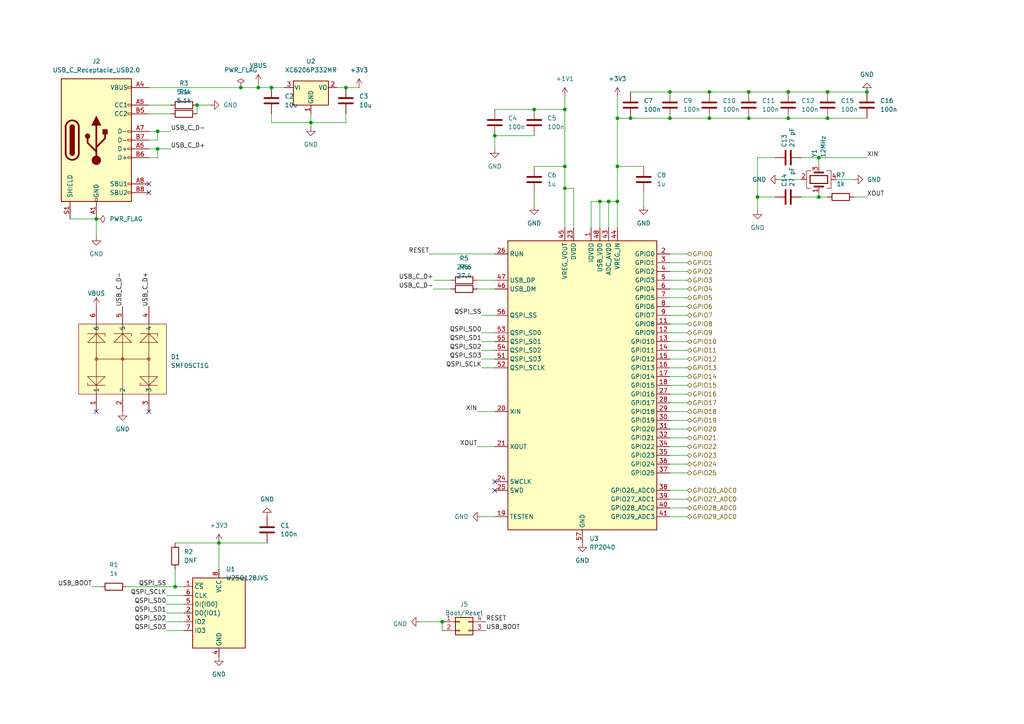
<source format=kicad_sch>
(kicad_sch (version 20250114) (generator "eeschema") (generator_version "9.0")
  (paper "A4")
  (lib_symbols
    (symbol "Connector:USB_C_Receptacle_USB2.0" (pin_names (offset 1.016))
      (property "Reference" "J" (at -10.16 19.05 0))
      (property "Value" "USB_C_Receptacle_USB2.0" (at 19.05 19.05 0))
      (symbol "USB_C_Receptacle_USB2.0_0_0"
        (rectangle (start -0.254 -17.78) (end 0.254 -16.764))
        (rectangle (start 10.16 15.494) (end 9.144 14.986))
        (rectangle (start 10.16 10.414) (end 9.144 9.906))
        (rectangle (start 10.16 7.874) (end 9.144 7.366))
        (rectangle (start 10.16 2.794) (end 9.144 2.286))
        (rectangle (start 10.16 0.254) (end 9.144 -0.254))
        (rectangle (start 10.16 -2.286) (end 9.144 -2.794))
        (rectangle (start 10.16 -4.826) (end 9.144 -5.334))
        (rectangle (start 10.16 -12.446) (end 9.144 -12.954))
        (rectangle (start 10.16 -14.986) (end 9.144 -15.494))
      )
      (symbol "USB_C_Receptacle_USB2.0_0_1"
        (rectangle (start -10.16 17.78) (end 10.16 -17.78) (stroke (width 0.254)) (fill (type background)))
        (polyline (pts (xy -8.89 -3.81) (xy -8.89 3.81)) (stroke (width 0.508)))
        (rectangle (start -7.62 -3.81) (end -6.35 3.81) (stroke (width 0.254)) (fill (type outline)))
        (arc (start -7.62 3.81) (mid -6.985 4.4423) (end -6.35 3.81) (stroke (width 0.254)))
        (arc (start -7.62 3.81) (mid -6.985 4.4423) (end -6.35 3.81) (stroke (width 0.254)) (fill (type outline)))
        (arc (start -8.89 3.81) (mid -6.985 5.7067) (end -5.08 3.81) (stroke (width 0.508)))
        (arc (start -5.08 -3.81) (mid -6.985 -5.7067) (end -8.89 -3.81) (stroke (width 0.508)))
        (arc (start -6.35 -3.81) (mid -6.985 -4.4423) (end -7.62 -3.81) (stroke (width 0.254)))
        (arc (start -6.35 -3.81) (mid -6.985 -4.4423) (end -7.62 -3.81) (stroke (width 0.254)) (fill (type outline)))
        (polyline (pts (xy -5.08 3.81) (xy -5.08 -3.81)) (stroke (width 0.508)))
        (circle (center -2.54 1.143) (radius 0.635) (stroke (width 0.254)) (fill (type outline)))
        (polyline (pts (xy -1.27 4.318) (xy 0 6.858) (xy 1.27 4.318) (xy -1.27 4.318)) (stroke (width 0.254)) (fill (type outline)))
        (polyline (pts (xy 0 -2.032) (xy 2.54 0.508) (xy 2.54 1.778)) (stroke (width 0.508)))
        (polyline (pts (xy 0 -3.302) (xy -2.54 -0.762) (xy -2.54 0.508)) (stroke (width 0.508)))
        (polyline (pts (xy 0 -5.842) (xy 0 4.318)) (stroke (width 0.508)))
        (circle (center 0 -5.842) (radius 1.27) (fill (type outline)))
        (rectangle (start 1.905 1.778) (end 3.175 3.048) (stroke (width 0.254)) (fill (type outline)))
      )
      (symbol "USB_C_Receptacle_USB2.0_1_1"
        (pin passive line (at -7.62 -22.86 90) (length 5.08) (name "SHIELD") (number "S1"))
        (pin passive line (at 0 -22.86 90) (length 5.08) (name "GND") (number "A1"))
        (pin passive line (at 0 -22.86 90) (length 5.08) (hide yes) (name "GND") (number "A12"))
        (pin passive line (at 0 -22.86 90) (length 5.08) (hide yes) (name "GND") (number "B1"))
        (pin passive line (at 0 -22.86 90) (length 5.08) (hide yes) (name "GND") (number "B12"))
        (pin passive line (at 15.24 15.24 180) (length 5.08) (name "VBUS") (number "A4"))
        (pin passive line (at 15.24 15.24 180) (length 5.08) (hide yes) (name "VBUS") (number "A9"))
        (pin passive line (at 15.24 15.24 180) (length 5.08) (hide yes) (name "VBUS") (number "B4"))
        (pin passive line (at 15.24 15.24 180) (length 5.08) (hide yes) (name "VBUS") (number "B9"))
        (pin bidirectional line (at 15.24 10.16 180) (length 5.08) (name "CC1") (number "A5"))
        (pin bidirectional line (at 15.24 7.62 180) (length 5.08) (name "CC2") (number "B5"))
        (pin bidirectional line (at 15.24 2.54 180) (length 5.08) (name "D-") (number "A7"))
        (pin bidirectional line (at 15.24 0 180) (length 5.08) (name "D-") (number "B7"))
        (pin bidirectional line (at 15.24 -2.54 180) (length 5.08) (name "D+") (number "A6"))
        (pin bidirectional line (at 15.24 -5.08 180) (length 5.08) (name "D+") (number "B6"))
        (pin bidirectional line (at 15.24 -12.7 180) (length 5.08) (name "SBU1") (number "A8"))
        (pin bidirectional line (at 15.24 -15.24 180) (length 5.08) (name "SBU2") (number "B8"))
      )
    )
    (symbol "Connector_Generic:Conn_02x02_Counter_Clockwise" (pin_names (offset 1.016) (hide yes))
      (property "Reference" "J" (at 1.27 2.54 0))
      (property "Value" "Conn_02x02_Counter_Clockwise" (at 1.27 -5.08 0))
      (symbol "Conn_02x02_Counter_Clockwise_1_1"
        (rectangle (start -1.27 1.27) (end 3.81 -3.81) (stroke (width 0.254)) (fill (type background)))
        (rectangle (start -1.27 0.127) (end 0 -0.127) (stroke (width 0.1524)))
        (rectangle (start -1.27 -2.413) (end 0 -2.667) (stroke (width 0.1524)))
        (rectangle (start 3.81 0.127) (end 2.54 -0.127) (stroke (width 0.1524)))
        (rectangle (start 3.81 -2.413) (end 2.54 -2.667) (stroke (width 0.1524)))
        (pin passive line (at -5.08 0 0) (length 3.81) (name "Pin_1") (number "1"))
        (pin passive line (at -5.08 -2.54 0) (length 3.81) (name "Pin_2") (number "2"))
        (pin passive line (at 7.62 0 180) (length 3.81) (name "Pin_4") (number "4"))
        (pin passive line (at 7.62 -2.54 180) (length 3.81) (name "Pin_3") (number "3"))
      )
    )
    (symbol "Device:C" (pin_numbers (hide yes)) (pin_names (offset 0.254))
      (property "Reference" "C" (at 0.635 2.54 0))
      (property "Value" "C" (at 0.635 -2.54 0))
      (symbol "C_0_1"
        (polyline (pts (xy -2.032 0.762) (xy 2.032 0.762)) (stroke (width 0.508)))
        (polyline (pts (xy -2.032 -0.762) (xy 2.032 -0.762)) (stroke (width 0.508)))
      )
      (symbol "C_1_1"
        (pin passive line (at 0 3.81 270) (length 2.794) (name "~") (number "1"))
        (pin passive line (at 0 -3.81 90) (length 2.794) (name "~") (number "2"))
      )
    )
    (symbol "Device:Crystal_GND24" (pin_names (offset 1.016) (hide yes))
      (property "Reference" "Y" (at 3.175 5.08 0))
      (property "Value" "Crystal_GND24" (at 3.175 3.175 0))
      (symbol "Crystal_GND24_0_1"
        (polyline (pts (xy -2.54 2.286) (xy -2.54 3.556) (xy 2.54 3.556) (xy 2.54 2.286)))
        (polyline (pts (xy -2.54 0) (xy -2.032 0)))
        (polyline (pts (xy -2.54 -2.286) (xy -2.54 -3.556) (xy 2.54 -3.556) (xy 2.54 -2.286)))
        (polyline (pts (xy -2.032 -1.27) (xy -2.032 1.27)) (stroke (width 0.508)))
        (rectangle (start -1.143 2.54) (end 1.143 -2.54) (stroke (width 0.3048)))
        (polyline (pts (xy 0 3.556) (xy 0 3.81)))
        (polyline (pts (xy 0 -3.81) (xy 0 -3.556)))
        (polyline (pts (xy 2.032 0) (xy 2.54 0)))
        (polyline (pts (xy 2.032 -1.27) (xy 2.032 1.27)) (stroke (width 0.508)))
      )
      (symbol "Crystal_GND24_1_1"
        (pin passive line (at -3.81 0 0) (length 1.27) (name "1") (number "1"))
        (pin passive line (at 0 5.08 270) (length 1.27) (name "2") (number "2"))
        (pin passive line (at 0 -5.08 90) (length 1.27) (name "4") (number "4"))
        (pin passive line (at 3.81 0 180) (length 1.27) (name "3") (number "3"))
      )
    )
    (symbol "Device:R" (pin_numbers (hide yes)) (pin_names (offset 0))
      (property "Reference" "R" (at 2.032 0 90))
      (property "Value" "R" (at 0 0 90))
      (symbol "R_0_1"
        (rectangle (start -1.016 -2.54) (end 1.016 2.54) (stroke (width 0.254)))
      )
      (symbol "R_1_1"
        (pin passive line (at 0 3.81 270) (length 1.27) (name "~") (number "1"))
        (pin passive line (at 0 -3.81 90) (length 1.27) (name "~") (number "2"))
      )
    )
    (symbol "MCU_RaspberryPi:RP2040"
      (property "Reference" "U" (at 17.78 45.72 0))
      (property "Value" "RP2040" (at 17.78 43.18 0))
      (symbol "RP2040_0_1"
        (rectangle (start -21.59 41.91) (end 21.59 -41.91) (stroke (width 0.254)) (fill (type background)))
      )
      (symbol "RP2040_1_1"
        (pin input line (at -25.4 38.1 0) (length 3.81) (name "RUN") (number "26"))
        (pin bidirectional line (at -25.4 30.48 0) (length 3.81) (name "USB_DP") (number "47"))
        (pin bidirectional line (at -25.4 27.94 0) (length 3.81) (name "USB_DM") (number "46"))
        (pin bidirectional line (at -25.4 20.32 0) (length 3.81) (name "QSPI_SS") (number "56"))
        (pin bidirectional line (at -25.4 15.24 0) (length 3.81) (name "QSPI_SD0") (number "53"))
        (pin bidirectional line (at -25.4 12.7 0) (length 3.81) (name "QSPI_SD1") (number "55"))
        (pin bidirectional line (at -25.4 10.16 0) (length 3.81) (name "QSPI_SD2") (number "54"))
        (pin bidirectional line (at -25.4 7.62 0) (length 3.81) (name "QSPI_SD3") (number "51"))
        (pin output line (at -25.4 5.08 0) (length 3.81) (name "QSPI_SCLK") (number "52"))
        (pin input line (at -25.4 -7.62 0) (length 3.81) (name "XIN") (number "20"))
        (pin passive line (at -25.4 -17.78 0) (length 3.81) (name "XOUT") (number "21"))
        (pin input line (at -25.4 -27.94 0) (length 3.81) (name "SWCLK") (number "24"))
        (pin bidirectional line (at -25.4 -30.48 0) (length 3.81) (name "SWD") (number "25"))
        (pin input line (at -25.4 -38.1 0) (length 3.81) (name "TESTEN") (number "19"))
        (pin power_out line (at -5.08 45.72 270) (length 3.81) (name "VREG_VOUT") (number "45"))
        (pin power_in line (at -2.54 45.72 270) (length 3.81) (name "DVDD") (number "23"))
        (pin passive line (at -2.54 45.72 270) (length 3.81) (hide yes) (name "DVDD") (number "50"))
        (pin power_in line (at 0 -45.72 90) (length 3.81) (name "GND") (number "57"))
        (pin power_in line (at 2.54 45.72 270) (length 3.81) (name "IOVDD") (number "1"))
        (pin passive line (at 2.54 45.72 270) (length 3.81) (hide yes) (name "IOVDD") (number "10"))
        (pin passive line (at 2.54 45.72 270) (length 3.81) (hide yes) (name "IOVDD") (number "22"))
        (pin passive line (at 2.54 45.72 270) (length 3.81) (hide yes) (name "IOVDD") (number "33"))
        (pin passive line (at 2.54 45.72 270) (length 3.81) (hide yes) (name "IOVDD") (number "42"))
        (pin passive line (at 2.54 45.72 270) (length 3.81) (hide yes) (name "IOVDD") (number "49"))
        (pin power_in line (at 5.08 45.72 270) (length 3.81) (name "USB_VDD") (number "48"))
        (pin power_in line (at 7.62 45.72 270) (length 3.81) (name "ADC_AVDD") (number "43"))
        (pin power_in line (at 10.16 45.72 270) (length 3.81) (name "VREG_IN") (number "44"))
        (pin bidirectional line (at 25.4 38.1 180) (length 3.81) (name "GPIO0") (number "2"))
        (pin bidirectional line (at 25.4 35.56 180) (length 3.81) (name "GPIO1") (number "3"))
        (pin bidirectional line (at 25.4 33.02 180) (length 3.81) (name "GPIO2") (number "4"))
        (pin bidirectional line (at 25.4 30.48 180) (length 3.81) (name "GPIO3") (number "5"))
        (pin bidirectional line (at 25.4 27.94 180) (length 3.81) (name "GPIO4") (number "6"))
        (pin bidirectional line (at 25.4 25.4 180) (length 3.81) (name "GPIO5") (number "7"))
        (pin bidirectional line (at 25.4 22.86 180) (length 3.81) (name "GPIO6") (number "8"))
        (pin bidirectional line (at 25.4 20.32 180) (length 3.81) (name "GPIO7") (number "9"))
        (pin bidirectional line (at 25.4 17.78 180) (length 3.81) (name "GPIO8") (number "11"))
        (pin bidirectional line (at 25.4 15.24 180) (length 3.81) (name "GPIO9") (number "12"))
        (pin bidirectional line (at 25.4 12.7 180) (length 3.81) (name "GPIO10") (number "13"))
        (pin bidirectional line (at 25.4 10.16 180) (length 3.81) (name "GPIO11") (number "14"))
        (pin bidirectional line (at 25.4 7.62 180) (length 3.81) (name "GPIO12") (number "15"))
        (pin bidirectional line (at 25.4 5.08 180) (length 3.81) (name "GPIO13") (number "16"))
        (pin bidirectional line (at 25.4 2.54 180) (length 3.81) (name "GPIO14") (number "17"))
        (pin bidirectional line (at 25.4 0 180) (length 3.81) (name "GPIO15") (number "18"))
        (pin bidirectional line (at 25.4 -2.54 180) (length 3.81) (name "GPIO16") (number "27"))
        (pin bidirectional line (at 25.4 -5.08 180) (length 3.81) (name "GPIO17") (number "28"))
        (pin bidirectional line (at 25.4 -7.62 180) (length 3.81) (name "GPIO18") (number "29"))
        (pin bidirectional line (at 25.4 -10.16 180) (length 3.81) (name "GPIO19") (number "30"))
        (pin bidirectional line (at 25.4 -12.7 180) (length 3.81) (name "GPIO20") (number "31"))
        (pin bidirectional line (at 25.4 -15.24 180) (length 3.81) (name "GPIO21") (number "32"))
        (pin bidirectional line (at 25.4 -17.78 180) (length 3.81) (name "GPIO22") (number "34"))
        (pin bidirectional line (at 25.4 -20.32 180) (length 3.81) (name "GPIO23") (number "35"))
        (pin bidirectional line (at 25.4 -22.86 180) (length 3.81) (name "GPIO24") (number "36"))
        (pin bidirectional line (at 25.4 -25.4 180) (length 3.81) (name "GPIO25") (number "37"))
        (pin bidirectional line (at 25.4 -30.48 180) (length 3.81) (name "GPIO26_ADC0") (number "38"))
        (pin bidirectional line (at 25.4 -33.02 180) (length 3.81) (name "GPIO27_ADC1") (number "39"))
        (pin bidirectional line (at 25.4 -35.56 180) (length 3.81) (name "GPIO28_ADC2") (number "40"))
        (pin bidirectional line (at 25.4 -38.1 180) (length 3.81) (name "GPIO29_ADC3") (number "41"))
      )
    )
    (symbol "Memory_Flash:W25Q128JVS"
      (property "Reference" "U" (at -8.89 8.89 0))
      (property "Value" "W25Q128JVS" (at 7.62 8.89 0))
      (symbol "W25Q128JVS_0_1"
        (rectangle (start -7.62 10.16) (end 7.62 -10.16) (stroke (width 0.254)) (fill (type background)))
      )
      (symbol "W25Q128JVS_1_1"
        (pin input line (at -10.16 7.62 0) (length 2.54) (name "~{CS}") (number "1"))
        (pin input line (at -10.16 5.08 0) (length 2.54) (name "CLK") (number "6"))
        (pin bidirectional line (at -10.16 2.54 0) (length 2.54) (name "DI(IO0)") (number "5"))
        (pin bidirectional line (at -10.16 0 0) (length 2.54) (name "DO(IO1)") (number "2"))
        (pin bidirectional line (at -10.16 -2.54 0) (length 2.54) (name "IO2") (number "3"))
        (pin bidirectional line (at -10.16 -5.08 0) (length 2.54) (name "IO3") (number "7"))
        (pin power_in line (at 0 12.7 270) (length 2.54) (name "VCC") (number "8"))
        (pin power_in line (at 0 -12.7 90) (length 2.54) (name "GND") (number "4"))
      )
    )
    (symbol "Regulator_Linear:XC6206PxxxMR" (pin_names (offset 0.254))
      (property "Reference" "U" (at -3.81 3.175 0))
      (property "Value" "XC6206PxxxMR" (at 0 3.175 0))
      (symbol "XC6206PxxxMR_0_1"
        (rectangle (start -5.08 1.905) (end 5.08 -5.08) (stroke (width 0.254)) (fill (type background)))
      )
      (symbol "XC6206PxxxMR_1_1"
        (pin power_in line (at -7.62 0 0) (length 2.54) (name "VI") (number "3"))
        (pin power_in line (at 0 -7.62 90) (length 2.54) (name "GND") (number "1"))
        (pin power_out line (at 7.62 0 180) (length 2.54) (name "VO") (number "2"))
      )
    )
    (symbol "easyeda2kicad:SMF05CT1G"
      (property "Reference" "D" (at 0 12.7 0))
      (property "Value" "SMF05CT1G" (at 0 -12.7 0))
      (symbol "SMF05CT1G_0_1"
        (rectangle (start -10.16 12.7) (end 10.16 -12.7) (fill (type background)))
        (polyline (pts (xy -10.16 7.62) (xy 10.16 7.62)))
        (polyline (pts (xy -10.16 0) (xy 0 0)))
        (polyline (pts (xy -10.16 -7.62) (xy 10.16 -7.62)))
        (polyline (pts (xy -7.62 10.16) (xy -6.86 10.16)))
        (polyline (pts (xy -7.62 5.08) (xy -7.62 10.16)))
        (polyline (pts (xy -7.62 -5.08) (xy -6.86 -5.08)))
        (polyline (pts (xy -7.62 -10.16) (xy -7.62 -5.08)))
        (polyline (pts (xy -5.08 10.16) (xy -7.62 7.62) (xy -5.08 5.08) (xy -5.08 10.16)) (fill (type background)))
        (polyline (pts (xy -5.08 -5.08) (xy -7.62 -7.62) (xy -5.08 -10.16) (xy -5.08 -5.08)) (fill (type background)))
        (circle (center 0 7.62) (radius 0.38))
        (polyline (pts (xy 0 0) (xy 10.16 0)))
        (circle (center 0 0) (radius 0.38))
        (polyline (pts (xy 0 -7.62) (xy 0 7.62)))
        (circle (center 0 -7.62) (radius 0.38))
        (arc (start 0.25 7.62) (mid 0.25 7.62) (end 0.25 7.62))
        (arc (start 0.25 0) (mid 0.25 0) (end 0.25 0))
        (arc (start 0.25 -7.62) (mid 0.25 -7.62) (end 0.25 -7.62))
        (polyline (pts (xy 4.83 5.08) (xy 7.37 7.62) (xy 4.83 10.16) (xy 4.83 5.08)) (fill (type background)))
        (polyline (pts (xy 4.83 -2.54) (xy 7.37 0) (xy 4.83 2.54) (xy 4.83 -2.54)) (fill (type background)))
        (polyline (pts (xy 4.83 -10.16) (xy 7.37 -7.62) (xy 4.83 -5.08) (xy 4.83 -10.16)) (fill (type background)))
        (polyline (pts (xy 7.37 10.16) (xy 7.37 5.08)))
        (polyline (pts (xy 7.37 5.08) (xy 6.6 5.08)))
        (polyline (pts (xy 7.37 2.54) (xy 7.37 -2.54)))
        (polyline (pts (xy 7.37 -2.54) (xy 6.6 -2.54)))
        (polyline (pts (xy 7.37 -5.08) (xy 7.37 -10.16)))
        (polyline (pts (xy 7.37 -10.16) (xy 6.6 -10.16)))
        (pin input line (at -15.24 7.62 0) (length 5.08) (name "1") (number "1"))
        (pin input line (at -15.24 0 0) (length 5.08) (name "2") (number "2"))
        (pin input line (at -15.24 -7.62 0) (length 5.08) (name "3") (number "3"))
        (pin input line (at 15.24 7.62 180) (length 5.08) (name "6") (number "6"))
        (pin input line (at 15.24 0 180) (length 5.08) (name "5") (number "5"))
        (pin input line (at 15.24 -7.62 180) (length 5.08) (name "4") (number "4"))
      )
    )
    (symbol "power:+1V1" (power) (pin_names (offset 0))
      (property "Value" "+1V1" (at 0 3.556 0))
      (symbol "+1V1_0_1"
        (polyline (pts (xy -0.762 1.27) (xy 0 2.54)))
        (polyline (pts (xy 0 2.54) (xy 0.762 1.27)))
        (polyline (pts (xy 0 0) (xy 0 2.54)))
      )
      (symbol "+1V1_1_1"
        (pin power_in line (at 0 0 90) (length 0) (hide yes) (name "+1V1") (number "1"))
      )
    )
    (symbol "power:+3V3" (power) (pin_names (offset 0))
      (property "Value" "+3V3" (at 0 3.556 0))
      (symbol "+3V3_0_1"
        (polyline (pts (xy -0.762 1.27) (xy 0 2.54)))
        (polyline (pts (xy 0 2.54) (xy 0.762 1.27)))
        (polyline (pts (xy 0 0) (xy 0 2.54)))
      )
      (symbol "+3V3_1_1"
        (pin power_in line (at 0 0 90) (length 0) (hide yes) (name "+3V3") (number "1"))
      )
    )
    (symbol "power:GND" (power) (pin_names (offset 0))
      (property "Value" "GND" (at 0 -3.81 0))
      (symbol "GND_0_1"
        (polyline (pts (xy 0 0) (xy 0 -1.27) (xy 1.27 -1.27) (xy 0 -2.54) (xy -1.27 -1.27) (xy 0 -1.27)))
      )
      (symbol "GND_1_1"
        (pin power_in line (at 0 0 270) (length 0) (hide yes) (name "GND") (number "1"))
      )
    )
    (symbol "power:PWR_FLAG" (power) (pin_numbers (hide yes)) (pin_names (offset 0) (hide yes))
      (property "Value" "PWR_FLAG" (at 0 3.81 0))
      (symbol "PWR_FLAG_0_0"
        (pin power_out line (at 0 0 90) (length 0) (name "pwr") (number "1"))
      )
      (symbol "PWR_FLAG_0_1"
        (polyline (pts (xy 0 0) (xy 0 1.27) (xy -1.016 1.905) (xy 0 2.54) (xy 1.016 1.905) (xy 0 1.27)))
      )
    )
    (symbol "power:VBUS" (power) (pin_names (offset 0))
      (property "Value" "VBUS" (at 0 3.81 0))
      (symbol "VBUS_0_1"
        (polyline (pts (xy -0.762 1.27) (xy 0 2.54)))
        (polyline (pts (xy 0 2.54) (xy 0.762 1.27)))
        (polyline (pts (xy 0 0) (xy 0 2.54)))
      )
      (symbol "VBUS_1_1"
        (pin power_in line (at 0 0 90) (length 0) (hide yes) (name "VBUS") (number "1"))
      )
    )
  )
  (junction (at 237.49 57.15))
  (junction (at 74.93 25.4))
  (junction (at 163.83 31.75))
  (junction (at 163.83 54.61))
  (junction (at 237.49 45.72))
  (junction (at 217.17 26.67))
  (junction (at 240.03 34.29))
  (junction (at 179.07 48.26))
  (junction (at 205.74 26.67))
  (junction (at 205.74 34.29))
  (junction (at 194.31 34.29))
  (junction (at 154.94 31.75))
  (junction (at 228.6 26.67))
  (junction (at 50.8 170.18))
  (junction (at 100.33 25.4))
  (junction (at 45.72 43.18))
  (junction (at 179.07 58.42))
  (junction (at 173.99 58.42))
  (junction (at 251.46 26.67))
  (junction (at 45.72 38.1))
  (junction (at 176.53 58.42))
  (junction (at 90.17 35.56))
  (junction (at 228.6 34.29))
  (junction (at 240.03 26.67))
  (junction (at 219.71 57.15))
  (junction (at 63.5 157.48))
  (junction (at 179.07 34.29))
  (junction (at 78.74 25.4))
  (junction (at 194.31 26.67))
  (junction (at 57.15 30.48))
  (junction (at 163.83 48.26))
  (junction (at 182.88 34.29))
  (junction (at 217.17 34.29))
  (junction (at 27.94 63.5))
  (junction (at 128.27 180.34))
  (junction (at 69.85 25.4))
  (junction (at 143.51 39.37))
  (no_connect (at 143.51 142.24))
  (no_connect (at 43.18 55.88))
  (no_connect (at 43.18 119.38))
  (no_connect (at 143.51 139.7))
  (no_connect (at 27.94 119.38))
  (no_connect (at 43.18 53.34))
  (wire (pts (xy 176.53 58.42) (xy 176.53 66.04)))
  (wire (pts (xy 43.18 30.48) (xy 49.53 30.48)))
  (wire (pts (xy 176.53 58.42) (xy 179.07 58.42)))
  (wire (pts (xy 48.26 175.26) (xy 53.34 175.26)))
  (wire (pts (xy 139.7 106.68) (xy 143.51 106.68)))
  (wire (pts (xy 194.31 114.3) (xy 199.39 114.3)))
  (wire (pts (xy 194.31 86.36) (xy 199.39 86.36)))
  (wire (pts (xy 205.74 26.67) (xy 217.17 26.67)))
  (wire (pts (xy 154.94 48.26) (xy 163.83 48.26)))
  (wire (pts (xy 90.17 33.02) (xy 90.17 35.56)))
  (wire (pts (xy 139.7 99.06) (xy 143.51 99.06)))
  (wire (pts (xy 179.07 27.94) (xy 179.07 34.29)))
  (wire (pts (xy 194.31 88.9) (xy 199.39 88.9)))
  (wire (pts (xy 36.83 170.18) (xy 50.8 170.18)))
  (wire (pts (xy 194.31 83.82) (xy 199.39 83.82)))
  (wire (pts (xy 139.7 104.14) (xy 143.51 104.14)))
  (wire (pts (xy 163.83 54.61) (xy 163.83 66.04)))
  (wire (pts (xy 90.17 35.56) (xy 90.17 36.83)))
  (wire (pts (xy 163.83 54.61) (xy 163.83 48.26)))
  (wire (pts (xy 217.17 26.67) (xy 228.6 26.67)))
  (wire (pts (xy 219.71 57.15) (xy 219.71 60.96)))
  (wire (pts (xy 63.5 157.48) (xy 63.5 165.1)))
  (wire (pts (xy 219.71 45.72) (xy 219.71 57.15)))
  (wire (pts (xy 179.07 48.26) (xy 179.07 58.42)))
  (wire (pts (xy 45.72 38.1) (xy 49.53 38.1)))
  (wire (pts (xy 194.31 106.68) (xy 199.39 106.68)))
  (wire (pts (xy 163.83 31.75) (xy 163.83 48.26)))
  (wire (pts (xy 228.6 34.29) (xy 240.03 34.29)))
  (wire (pts (xy 219.71 57.15) (xy 224.79 57.15)))
  (wire (pts (xy 205.74 34.29) (xy 217.17 34.29)))
  (wire (pts (xy 194.31 119.38) (xy 199.39 119.38)))
  (wire (pts (xy 232.41 57.15) (xy 237.49 57.15)))
  (wire (pts (xy 226.06 52.07) (xy 232.41 52.07)))
  (wire (pts (xy 228.6 26.67) (xy 240.03 26.67)))
  (wire (pts (xy 139.7 149.86) (xy 143.51 149.86)))
  (wire (pts (xy 138.43 129.54) (xy 143.51 129.54)))
  (wire (pts (xy 240.03 26.67) (xy 251.46 26.67)))
  (wire (pts (xy 121.92 180.34) (xy 128.27 180.34)))
  (wire (pts (xy 27.94 63.5) (xy 27.94 68.58)))
  (wire (pts (xy 247.65 57.15) (xy 251.46 57.15)))
  (wire (pts (xy 43.18 25.4) (xy 69.85 25.4)))
  (wire (pts (xy 48.26 177.8) (xy 53.34 177.8)))
  (wire (pts (xy 124.46 73.66) (xy 143.51 73.66)))
  (wire (pts (xy 69.85 25.4) (xy 74.93 25.4)))
  (wire (pts (xy 194.31 99.06) (xy 199.39 99.06)))
  (wire (pts (xy 143.51 39.37) (xy 154.94 39.37)))
  (wire (pts (xy 125.73 81.28) (xy 130.81 81.28)))
  (wire (pts (xy 45.72 45.72) (xy 45.72 43.18)))
  (wire (pts (xy 128.27 180.34) (xy 128.27 182.88)))
  (wire (pts (xy 63.5 157.48) (xy 77.47 157.48)))
  (wire (pts (xy 194.31 124.46) (xy 199.39 124.46)))
  (wire (pts (xy 194.31 93.98) (xy 199.39 93.98)))
  (wire (pts (xy 138.43 83.82) (xy 143.51 83.82)))
  (wire (pts (xy 97.79 25.4) (xy 100.33 25.4)))
  (wire (pts (xy 179.07 34.29) (xy 182.88 34.29)))
  (wire (pts (xy 219.71 45.72) (xy 224.79 45.72)))
  (wire (pts (xy 48.26 172.72) (xy 53.34 172.72)))
  (wire (pts (xy 240.03 34.29) (xy 251.46 34.29)))
  (wire (pts (xy 90.17 35.56) (xy 78.74 35.56)))
  (wire (pts (xy 171.45 66.04) (xy 171.45 58.42)))
  (wire (pts (xy 45.72 40.64) (xy 45.72 38.1)))
  (wire (pts (xy 173.99 58.42) (xy 176.53 58.42)))
  (wire (pts (xy 125.73 83.82) (xy 130.81 83.82)))
  (wire (pts (xy 139.7 91.44) (xy 143.51 91.44)))
  (wire (pts (xy 45.72 43.18) (xy 49.53 43.18)))
  (wire (pts (xy 194.31 137.16) (xy 199.39 137.16)))
  (wire (pts (xy 237.49 45.72) (xy 251.46 45.72)))
  (wire (pts (xy 179.07 34.29) (xy 179.07 48.26)))
  (wire (pts (xy 194.31 104.14) (xy 199.39 104.14)))
  (wire (pts (xy 100.33 33.02) (xy 100.33 35.56)))
  (wire (pts (xy 163.83 27.94) (xy 163.83 31.75)))
  (wire (pts (xy 237.49 57.15) (xy 240.03 57.15)))
  (wire (pts (xy 78.74 35.56) (xy 78.74 33.02)))
  (wire (pts (xy 194.31 73.66) (xy 199.39 73.66)))
  (wire (pts (xy 194.31 142.24) (xy 199.39 142.24)))
  (wire (pts (xy 194.31 132.08) (xy 199.39 132.08)))
  (wire (pts (xy 194.31 147.32) (xy 199.39 147.32)))
  (wire (pts (xy 194.31 111.76) (xy 199.39 111.76)))
  (wire (pts (xy 26.67 170.18) (xy 29.21 170.18)))
  (wire (pts (xy 43.18 43.18) (xy 45.72 43.18)))
  (wire (pts (xy 194.31 96.52) (xy 199.39 96.52)))
  (wire (pts (xy 182.88 34.29) (xy 194.31 34.29)))
  (wire (pts (xy 237.49 55.88) (xy 237.49 57.15)))
  (wire (pts (xy 138.43 81.28) (xy 143.51 81.28)))
  (wire (pts (xy 138.43 119.38) (xy 143.51 119.38)))
  (wire (pts (xy 143.51 31.75) (xy 154.94 31.75)))
  (wire (pts (xy 194.31 26.67) (xy 205.74 26.67)))
  (wire (pts (xy 194.31 127) (xy 199.39 127)))
  (wire (pts (xy 139.7 101.6) (xy 143.51 101.6)))
  (wire (pts (xy 57.15 30.48) (xy 60.96 30.48)))
  (wire (pts (xy 194.31 91.44) (xy 199.39 91.44)))
  (wire (pts (xy 186.69 55.88) (xy 186.69 59.69)))
  (wire (pts (xy 194.31 76.2) (xy 199.39 76.2)))
  (wire (pts (xy 194.31 78.74) (xy 199.39 78.74)))
  (wire (pts (xy 74.93 25.4) (xy 78.74 25.4)))
  (wire (pts (xy 78.74 25.4) (xy 82.55 25.4)))
  (wire (pts (xy 57.15 30.48) (xy 57.15 33.02)))
  (wire (pts (xy 194.31 34.29) (xy 205.74 34.29)))
  (wire (pts (xy 48.26 182.88) (xy 53.34 182.88)))
  (wire (pts (xy 179.07 48.26) (xy 186.69 48.26)))
  (wire (pts (xy 194.31 109.22) (xy 199.39 109.22)))
  (wire (pts (xy 50.8 157.48) (xy 63.5 157.48)))
  (wire (pts (xy 194.31 81.28) (xy 199.39 81.28)))
  (wire (pts (xy 242.57 52.07) (xy 247.65 52.07)))
  (wire (pts (xy 139.7 96.52) (xy 143.51 96.52)))
  (wire (pts (xy 20.32 63.5) (xy 27.94 63.5)))
  (wire (pts (xy 43.18 45.72) (xy 45.72 45.72)))
  (wire (pts (xy 154.94 55.88) (xy 154.94 59.69)))
  (wire (pts (xy 217.17 34.29) (xy 228.6 34.29)))
  (wire (pts (xy 100.33 35.56) (xy 90.17 35.56)))
  (wire (pts (xy 154.94 31.75) (xy 163.83 31.75)))
  (wire (pts (xy 50.8 170.18) (xy 53.34 170.18)))
  (wire (pts (xy 166.37 66.04) (xy 166.37 54.61)))
  (wire (pts (xy 232.41 45.72) (xy 237.49 45.72)))
  (wire (pts (xy 182.88 26.67) (xy 194.31 26.67)))
  (wire (pts (xy 194.31 134.62) (xy 199.39 134.62)))
  (wire (pts (xy 194.31 144.78) (xy 199.39 144.78)))
  (wire (pts (xy 48.26 180.34) (xy 53.34 180.34)))
  (wire (pts (xy 43.18 33.02) (xy 49.53 33.02)))
  (wire (pts (xy 194.31 149.86) (xy 199.39 149.86)))
  (wire (pts (xy 50.8 165.1) (xy 50.8 170.18)))
  (wire (pts (xy 173.99 58.42) (xy 173.99 66.04)))
  (wire (pts (xy 171.45 58.42) (xy 173.99 58.42)))
  (wire (pts (xy 179.07 58.42) (xy 179.07 66.04)))
  (wire (pts (xy 166.37 54.61) (xy 163.83 54.61)))
  (wire (pts (xy 237.49 45.72) (xy 237.49 48.26)))
  (wire (pts (xy 194.31 101.6) (xy 199.39 101.6)))
  (wire (pts (xy 43.18 40.64) (xy 45.72 40.64)))
  (wire (pts (xy 194.31 129.54) (xy 199.39 129.54)))
  (wire (pts (xy 100.33 25.4) (xy 104.14 25.4)))
  (wire (pts (xy 194.31 121.92) (xy 199.39 121.92)))
  (wire (pts (xy 43.18 38.1) (xy 45.72 38.1)))
  (wire (pts (xy 143.51 39.37) (xy 143.51 43.18)))
  (wire (pts (xy 74.93 25.4) (xy 74.93 24.13)))
  (wire (pts (xy 194.31 116.84) (xy 199.39 116.84)))
  (label "USB_C_D+" (at 43.18 88.9 90))
  (label "QSPI_SD1" (at 48.26 177.8 180))
  (label "USB_C_D-" (at 49.53 38.1 0))
  (label "USB_C_D-" (at 125.73 83.82 180))
  (label "QSPI_SCLK" (at 139.7 106.68 180))
  (label "QSPI_SD3" (at 139.7 104.14 180))
  (label "XIN" (at 251.46 45.72 0))
  (label "QSPI_SD2" (at 48.26 180.34 180))
  (label "RESET" (at 140.97 180.34 0))
  (label "USB_C_D-" (at 35.56 88.9 90))
  (label "USB_BOOT" (at 140.97 182.88 0))
  (label "USB_C_D+" (at 49.53 43.18 0))
  (label "USB_BOOT" (at 26.67 170.18 180))
  (label "XOUT" (at 251.46 57.15 0))
  (label "RESET" (at 124.46 73.66 180))
  (label "QSPI_SS" (at 48.26 170.18 180))
  (label "QSPI_SD2" (at 139.7 101.6 180))
  (label "QSPI_SD0" (at 48.26 175.26 180))
  (label "QSPI_SS" (at 139.7 91.44 180))
  (label "QSPI_SCLK" (at 48.26 172.72 180))
  (label "QSPI_SD1" (at 139.7 99.06 180))
  (label "USB_C_D+" (at 125.73 81.28 180))
  (label "XOUT" (at 138.43 129.54 180))
  (label "QSPI_SD0" (at 139.7 96.52 180))
  (label "QSPI_SD3" (at 48.26 182.88 180))
  (label "XIN" (at 138.43 119.38 180))
  (hierarchical_label "GPIO29_ADC0" (shape bidirectional) (at 199.39 149.86 0))
  (hierarchical_label "GPIO9" (shape bidirectional) (at 199.39 96.52 0))
  (hierarchical_label "GPIO25" (shape bidirectional) (at 199.39 137.16 0))
  (hierarchical_label "GPIO6" (shape bidirectional) (at 199.39 88.9 0))
  (hierarchical_label "GPIO13" (shape bidirectional) (at 199.39 106.68 0))
  (hierarchical_label "GPIO2" (shape bidirectional) (at 199.39 78.74 0))
  (hierarchical_label "GPIO7" (shape bidirectional) (at 199.39 91.44 0))
  (hierarchical_label "GPIO20" (shape bidirectional) (at 199.39 124.46 0))
  (hierarchical_label "GPIO22" (shape bidirectional) (at 199.39 129.54 0))
  (hierarchical_label "GPIO24" (shape bidirectional) (at 199.39 134.62 0))
  (hierarchical_label "GPIO28_ADC0" (shape bidirectional) (at 199.39 147.32 0))
  (hierarchical_label "GPIO15" (shape bidirectional) (at 199.39 111.76 0))
  (hierarchical_label "GPIO21" (shape bidirectional) (at 199.39 127 0))
  (hierarchical_label "GPIO12" (shape bidirectional) (at 199.39 104.14 0))
  (hierarchical_label "GPIO3" (shape bidirectional) (at 199.39 81.28 0))
  (hierarchical_label "GPIO18" (shape bidirectional) (at 199.39 119.38 0))
  (hierarchical_label "GPIO4" (shape bidirectional) (at 199.39 83.82 0))
  (hierarchical_label "GPIO27_ADC0" (shape bidirectional) (at 199.39 144.78 0))
  (hierarchical_label "GPIO17" (shape bidirectional) (at 199.39 116.84 0))
  (hierarchical_label "GPIO11" (shape bidirectional) (at 199.39 101.6 0))
  (hierarchical_label "GPIO19" (shape bidirectional) (at 199.39 121.92 0))
  (hierarchical_label "GPIO1" (shape bidirectional) (at 199.39 76.2 0))
  (hierarchical_label "GPIO8" (shape bidirectional) (at 199.39 93.98 0))
  (hierarchical_label "GPIO26_ADC0" (shape bidirectional) (at 199.39 142.24 0))
  (hierarchical_label "GPIO5" (shape bidirectional) (at 199.39 86.36 0))
  (hierarchical_label "GPIO14" (shape bidirectional) (at 199.39 109.22 0))
  (hierarchical_label "GPIO16" (shape bidirectional) (at 199.39 114.3 0))
  (hierarchical_label "GPIO10" (shape bidirectional) (at 199.39 99.06 0))
  (hierarchical_label "GPIO23" (shape bidirectional) (at 199.39 132.08 0))
  (hierarchical_label "GPIO0" (shape bidirectional) (at 199.39 73.66 0))
  (symbol (lib_id "power:GND") (at 186.69 59.69 0) (unit 1)
    (property "Reference" "#PWR0114" (effects (hide yes)))
    (property "Value" "GND" (at 186.69 64.77 0))
  )
  (symbol (lib_id "Device:R") (at 33.02 170.18 90) (unit 1)
    (property "Reference" "R1" (at 33.02 163.83 90))
    (property "Value" "1k" (at 33.02 166.37 90))
    (property "Footprint" "Resistor_SMD:R_0402_1005Metric" (effects (hide yes)))
    (property "LCSC" "C11702" (effects (hide yes)))
  )
  (symbol (lib_id "power:GND") (at 154.94 59.69 0) (unit 1)
    (property "Reference" "#PWR0112" (effects (hide yes)))
    (property "Value" "GND" (at 154.94 64.77 0))
  )
  (symbol (lib_id "power:GND") (at 121.92 180.34 270) (unit 1)
    (property "Reference" "#PWR09" (effects (hide yes)))
    (property "Value" "GND" (at 118.11 180.975 90) (effects (justify right)))
  )
  (symbol (lib_id "Device:C") (at 240.03 30.48 0) (unit 1)
    (property "Reference" "C15" (at 243.84 29.2099 0) (effects (justify left)))
    (property "Value" "100n" (at 243.84 31.7499 0) (effects (justify left)))
    (property "Footprint" "Capacitor_SMD:C_0402_1005Metric" (effects (hide yes)))
    (property "LCSC" "C1525" (effects (hide yes)))
  )
  (symbol (lib_id "Device:R") (at 134.62 81.28 90) (unit 1)
    (property "Reference" "R5" (at 134.62 74.93 90))
    (property "Value" "27.6" (at 134.62 77.47 90))
    (property "Footprint" "Resistor_SMD:R_1206_3216Metric" (effects (hide yes)))
    (property "LCSC" "C333003" (effects (hide yes)))
  )
  (symbol (lib_id "power:+3V3") (at 179.07 27.94 0) (unit 1)
    (property "Reference" "#PWR0113" (effects (hide yes)))
    (property "Value" "+3V3" (at 179.07 22.86 0))
  )
  (symbol (lib_id "power:GND") (at 27.94 68.58 0) (unit 1)
    (property "Reference" "#PWR0103" (effects (hide yes)))
    (property "Value" "GND" (at 27.94 73.66 0))
  )
  (symbol (lib_id "power:GND") (at 247.65 52.07 90) (unit 1)
    (property "Reference" "#PWR0120" (effects (hide yes)))
    (property "Value" "GND" (at 251.46 52.0699 90) (effects (justify right)))
  )
  (symbol (lib_id "power:+1V1") (at 163.83 27.94 0) (unit 1)
    (property "Reference" "#PWR0115" (effects (hide yes)))
    (property "Value" "+1V1" (at 163.83 22.86 0))
  )
  (symbol (lib_id "power:GND") (at 63.5 190.5 0) (unit 1)
    (property "Reference" "#PWR0107" (effects (hide yes)))
    (property "Value" "GND" (at 63.5 195.58 0))
  )
  (symbol (lib_id "Device:C") (at 205.74 30.48 0) (unit 1)
    (property "Reference" "C10" (at 209.55 29.2099 0) (effects (justify left)))
    (property "Value" "100n" (at 209.55 31.7499 0) (effects (justify left)))
    (property "Footprint" "Capacitor_SMD:C_0402_1005Metric" (effects (hide yes)))
    (property "LCSC" "C1525" (effects (hide yes)))
  )
  (symbol (lib_id "power:VBUS") (at 74.93 24.13 0) (unit 1)
    (property "Reference" "#PWR0105" (effects (hide yes)))
    (property "Value" "VBUS" (at 74.93 19.05 0))
  )
  (symbol (lib_id "Device:C") (at 194.31 30.48 0) (unit 1)
    (property "Reference" "C9" (at 198.12 29.2099 0) (effects (justify left)))
    (property "Value" "100n" (at 198.12 31.7499 0) (effects (justify left)))
    (property "Footprint" "Capacitor_SMD:C_0402_1005Metric" (effects (hide yes)))
    (property "LCSC" "C1525" (effects (hide yes)))
  )
  (symbol (lib_id "Device:C") (at 251.46 30.48 0) (unit 1)
    (property "Reference" "C16" (at 255.27 29.2099 0) (effects (justify left)))
    (property "Value" "100n" (at 255.27 31.7499 0) (effects (justify left)))
    (property "Footprint" "Capacitor_SMD:C_0402_1005Metric" (effects (hide yes)))
    (property "LCSC" "C1525" (effects (hide yes)))
  )
  (symbol (lib_id "Device:C") (at 228.6 57.15 90) (unit 1)
    (property "Reference" "C14" (at 227.4316 54.229 0) (effects (justify left)))
    (property "Value" "27 pF" (at 229.743 54.229 0) (effects (justify left)))
    (property "Footprint" "Capacitor_SMD:C_0402_1005Metric" (effects (hide yes)))
    (property "LCSC" "C1557" (effects (hide yes)))
  )
  (symbol (lib_id "Device:R") (at 53.34 33.02 90) (unit 1)
    (property "Reference" "R4" (at 53.34 26.67 90))
    (property "Value" "5.1k" (at 53.34 29.21 90))
    (property "Footprint" "Resistor_SMD:R_0603_1608Metric" (effects (hide yes)))
    (property "LCSC" "C23186" (effects (hide yes)))
  )
  (symbol (lib_id "Device:R") (at 50.8 161.29 0) (unit 1)
    (property "Reference" "R2" (at 53.34 160.0199 0) (effects (justify left)))
    (property "Value" "DNF" (at 53.34 162.5599 0) (effects (justify left)))
    (property "Footprint" "Resistor_SMD:R_0402_1005Metric" (effects (hide yes)))
  )
  (symbol (lib_id "Device:C") (at 154.94 52.07 0) (unit 1)
    (property "Reference" "C6" (at 158.75 50.7999 0) (effects (justify left)))
    (property "Value" "1u" (at 158.75 53.3399 0) (effects (justify left)))
    (property "Footprint" "Capacitor_SMD:C_0402_1005Metric" (effects (hide yes)))
    (property "LCSC" "C52923" (effects (hide yes)))
  )
  (symbol (lib_id "easyeda2kicad:SMF05CT1G") (at 35.56 104.14 90) (unit 1)
    (property "Reference" "D1" (at 49.53 103.505 90) (effects (justify right)))
    (property "Value" "SMF05CT1G" (at 49.53 106.045 90) (effects (justify right)))
    (property "Footprint" "esd:SOT-363_L2.0-W1.3-P0.65-LS2.1-BR" (effects (hide yes)))
    (property "Datasheet" "https://lcsc.com/product-detail/TVS_ON_SMF05CT1G_SMF05CT1G_C15879.html" (effects (hide yes)))
    (property "Manufacturer" "onsemi(安森美)" (effects (hide yes)))
    (property "LCSC Part" "C15879" (effects (hide yes)))
    (property "JLC Part" "Basic Part" (effects (hide yes)))
  )
  (symbol (lib_id "Regulator_Linear:XC6206PxxxMR") (at 90.17 25.4 0) (unit 1)
    (property "Reference" "U2" (at 90.17 17.78 0))
    (property "Value" "XC6206P332MR" (at 90.17 20.32 0))
    (property "Footprint" "Package_TO_SOT_SMD:SOT-23" (effects (hide yes)))
    (property "Datasheet" "https://www.torexsemi.com/file/xc6206/XC6206.pdf" (effects (hide yes)))
    (property "LCSC" "C5446" (effects (hide yes)))
  )
  (symbol (lib_id "MCU_RaspberryPi:RP2040") (at 168.91 111.76 0) (unit 1)
    (property "Reference" "U3" (at 170.9294 156.21 0) (effects (justify left)))
    (property "Value" "RP2040" (at 170.9294 158.75 0) (effects (justify left)))
    (property "Footprint" "Package_DFN_QFN:QFN-56-1EP_7x7mm_P0.4mm_EP3.2x3.2mm" (effects (hide yes)))
    (property "Datasheet" "https://datasheets.raspberrypi.com/rp2040/rp2040-datasheet.pdf" (effects (hide yes)))
    (property "LCSC" "C2040" (effects (hide yes)))
  )
  (symbol (lib_id "power:GND") (at 77.47 149.86 180) (unit 1)
    (property "Reference" "#PWR0109" (effects (hide yes)))
    (property "Value" "GND" (at 77.47 144.78 0))
  )
  (symbol (lib_id "Device:C") (at 78.74 29.21 0) (unit 1)
    (property "Reference" "C2" (at 82.55 27.9399 0) (effects (justify left)))
    (property "Value" "10u" (at 82.55 30.4799 0) (effects (justify left)))
    (property "Footprint" "Capacitor_SMD:C_0805_2012Metric" (effects (hide yes)))
    (property "LCSC" "C15850" (effects (hide yes)))
  )
  (symbol (lib_id "Device:R") (at 53.34 30.48 90) (unit 1)
    (property "Reference" "R3" (at 53.34 24.13 90))
    (property "Value" "5.1k" (at 53.34 26.67 90))
    (property "Footprint" "Resistor_SMD:R_0603_1608Metric" (effects (hide yes)))
    (property "LCSC" "C23186" (effects (hide yes)))
  )
  (symbol (lib_id "Device:R") (at 134.62 83.82 90) (unit 1)
    (property "Reference" "R6" (at 134.62 77.47 90))
    (property "Value" "27.4" (at 134.62 80.01 90))
    (property "Footprint" "Resistor_SMD:R_1206_3216Metric" (effects (hide yes)))
    (property "LCSC" "C333003" (effects (hide yes)))
  )
  (symbol (lib_id "power:+3V3") (at 63.5 157.48 0) (unit 1)
    (property "Reference" "#PWR0106" (effects (hide yes)))
    (property "Value" "+3V3" (at 63.5 152.4 0))
  )
  (symbol (lib_id "Device:C") (at 77.47 153.67 0) (unit 1)
    (property "Reference" "C1" (at 81.28 152.3999 0) (effects (justify left)))
    (property "Value" "100n" (at 81.28 154.9399 0) (effects (justify left)))
    (property "Footprint" "Capacitor_SMD:C_0402_1005Metric" (effects (hide yes)))
    (property "LCSC" "C1525" (effects (hide yes)))
  )
  (symbol (lib_id "Device:C") (at 154.94 35.56 0) (unit 1)
    (property "Reference" "C5" (at 158.75 34.2899 0) (effects (justify left)))
    (property "Value" "100n" (at 158.75 36.8299 0) (effects (justify left)))
    (property "Footprint" "Capacitor_SMD:C_0402_1005Metric" (effects (hide yes)))
    (property "LCSC" "C1525" (effects (hide yes)))
  )
  (symbol (lib_id "power:PWR_FLAG") (at 27.94 63.5 270) (unit 1)
    (property "Reference" "#FLG0101" (effects (hide yes)))
    (property "Value" "PWR_FLAG" (at 31.75 63.4999 90) (effects (justify left)))
  )
  (symbol (lib_id "power:VBUS") (at 27.94 88.9 0) (unit 1)
    (property "Reference" "#PWR011" (effects (hide yes)))
    (property "Value" "VBUS" (at 27.94 85.09 0))
  )
  (symbol (lib_id "power:GND") (at 168.91 157.48 0) (unit 1)
    (property "Reference" "#PWR0110" (effects (hide yes)))
    (property "Value" "GND" (at 168.91 162.56 0))
  )
  (symbol (lib_id "power:+3V3") (at 104.14 25.4 0) (unit 1)
    (property "Reference" "#PWR0102" (effects (hide yes)))
    (property "Value" "+3V3" (at 104.14 20.32 0))
  )
  (symbol (lib_id "power:PWR_FLAG") (at 69.85 25.4 0) (unit 1)
    (property "Reference" "#FLG0102" (effects (hide yes)))
    (property "Value" "PWR_FLAG" (at 69.85 20.32 0))
  )
  (symbol (lib_id "power:GND") (at 219.71 60.96 0) (unit 1)
    (property "Reference" "#PWR0117" (effects (hide yes)))
    (property "Value" "GND" (at 219.71 66.04 0))
  )
  (symbol (lib_id "power:GND") (at 143.51 43.18 0) (unit 1)
    (property "Reference" "#PWR0116" (effects (hide yes)))
    (property "Value" "GND" (at 143.51 48.26 0))
  )
  (symbol (lib_id "power:GND") (at 226.06 52.07 270) (unit 1)
    (property "Reference" "#PWR0121" (effects (hide yes)))
    (property "Value" "GND" (at 222.25 52.0699 90) (effects (justify right)))
  )
  (symbol (lib_id "Device:C") (at 186.69 52.07 0) (unit 1)
    (property "Reference" "C8" (at 190.5 50.7999 0) (effects (justify left)))
    (property "Value" "1u" (at 190.5 53.3399 0) (effects (justify left)))
    (property "Footprint" "Capacitor_SMD:C_0402_1005Metric" (effects (hide yes)))
    (property "LCSC" "C52923" (effects (hide yes)))
  )
  (symbol (lib_id "Device:C") (at 100.33 29.21 0) (unit 1)
    (property "Reference" "C3" (at 104.14 27.9399 0) (effects (justify left)))
    (property "Value" "10u" (at 104.14 30.4799 0) (effects (justify left)))
    (property "Footprint" "Capacitor_SMD:C_0805_2012Metric" (effects (hide yes)))
    (property "LCSC" "C15850" (effects (hide yes)))
  )
  (symbol (lib_id "Memory_Flash:W25Q128JVS") (at 63.5 177.8 0) (unit 1)
    (property "Reference" "U1" (at 65.5194 165.1 0) (effects (justify left)))
    (property "Value" "W25Q128JVS" (at 65.5194 167.64 0) (effects (justify left)))
    (property "Footprint" "Package_SO:SOIC-8_5.23x5.23mm_P1.27mm" (effects (hide yes)))
    (property "Datasheet" "http://www.winbond.com/resource-files/w25q128jv_dtr%20revc%2003272018%20plus.pdf" (effects (hide yes)))
    (property "LCSC" "C97521" (effects (hide yes)))
  )
  (symbol (lib_id "power:GND") (at 60.96 30.48 90) (unit 1)
    (property "Reference" "#PWR0104" (effects (hide yes)))
    (property "Value" "GND" (at 64.77 30.4799 90) (effects (justify right)))
  )
  (symbol (lib_id "power:GND") (at 35.56 119.38 0) (unit 1)
    (property "Reference" "#PWR010" (effects (hide yes)))
    (property "Value" "GND" (at 35.56 124.46 0))
  )
  (symbol (lib_id "Device:C") (at 217.17 30.48 0) (unit 1)
    (property "Reference" "C11" (at 220.98 29.2099 0) (effects (justify left)))
    (property "Value" "100n" (at 220.98 31.7499 0) (effects (justify left)))
    (property "Footprint" "Capacitor_SMD:C_0402_1005Metric" (effects (hide yes)))
    (property "LCSC" "C1525" (effects (hide yes)))
  )
  (symbol (lib_id "Device:Crystal_GND24") (at 237.49 52.07 90) (unit 1)
    (property "Reference" "Y1" (at 236.22 45.72 0) (effects (justify left)))
    (property "Value" "12MHz" (at 238.76 45.72 0) (effects (justify left)))
    (property "Footprint" "Crystal:Crystal_SMD_3225-4Pin_3.2x2.5mm" (effects (hide yes)))
    (property "LCSC" "C9002" (effects (hide yes)))
  )
  (symbol (lib_id "Connector:USB_C_Receptacle_USB2.0") (at 27.94 40.64 0) (unit 1)
    (property "Reference" "J2" (at 27.94 17.78 0))
    (property "Value" "USB_C_Receptacle_USB2.0" (at 27.94 20.32 0))
    (property "Footprint" "Connector_USB:USB_C_Receptacle_Palconn_UTC16-G" (effects (hide yes)))
    (property "Datasheet" "https://www.usb.org/sites/default/files/documents/usb_type-c.zip" (effects (hide yes)))
    (property "LCSC" "C167321" (effects (hide yes)))
  )
  (symbol (lib_id "Device:C") (at 228.6 45.72 90) (unit 1)
    (property "Reference" "C13" (at 227.4316 42.799 0) (effects (justify left)))
    (property "Value" "27 pF" (at 229.743 42.799 0) (effects (justify left)))
    (property "Footprint" "Capacitor_SMD:C_0402_1005Metric" (effects (hide yes)))
    (property "LCSC" "C1557" (effects (hide yes)))
  )
  (symbol (lib_id "Device:C") (at 228.6 30.48 0) (unit 1)
    (property "Reference" "C12" (at 232.41 29.2099 0) (effects (justify left)))
    (property "Value" "100n" (at 232.41 31.7499 0) (effects (justify left)))
    (property "Footprint" "Capacitor_SMD:C_0402_1005Metric" (effects (hide yes)))
    (property "LCSC" "C1525" (effects (hide yes)))
  )
  (symbol (lib_id "Device:C") (at 143.51 35.56 0) (unit 1)
    (property "Reference" "C4" (at 147.32 34.2899 0) (effects (justify left)))
    (property "Value" "100n" (at 147.32 36.8299 0) (effects (justify left)))
    (property "Footprint" "Capacitor_SMD:C_0402_1005Metric" (effects (hide yes)))
    (property "LCSC" "C1525" (effects (hide yes)))
  )
  (symbol (lib_id "Device:C") (at 182.88 30.48 0) (unit 1)
    (property "Reference" "C7" (at 186.69 29.2099 0) (effects (justify left)))
    (property "Value" "100n" (at 186.69 31.7499 0) (effects (justify left)))
    (property "Footprint" "Capacitor_SMD:C_0402_1005Metric" (effects (hide yes)))
    (property "LCSC" "C1525" (effects (hide yes)))
  )
  (symbol (lib_id "power:GND") (at 90.17 36.83 0) (unit 1)
    (property "Reference" "#PWR0101" (effects (hide yes)))
    (property "Value" "GND" (at 90.17 41.91 0))
  )
  (symbol (lib_id "Connector_Generic:Conn_02x02_Counter_Clockwise") (at 133.35 180.34 0) (unit 1)
    (property "Reference" "J5" (at 134.62 175.26 0))
    (property "Value" "Boot/Reset" (at 134.62 177.8 0))
    (property "Footprint" "Connector_PinHeader_2.54mm:PinHeader_2x02_P2.54mm_Vertical" (effects (hide yes)))
  )
  (symbol (lib_id "power:GND") (at 139.7 149.86 270) (unit 1)
    (property "Reference" "#PWR0111" (effects (hide yes)))
    (property "Value" "GND" (at 135.89 149.8599 90) (effects (justify right)))
  )
  (symbol (lib_id "Device:R") (at 243.84 57.15 90) (unit 1)
    (property "Reference" "R7" (at 243.84 50.8 90))
    (property "Value" "1k" (at 243.84 53.34 90))
    (property "Footprint" "Resistor_SMD:R_0402_1005Metric" (effects (hide yes)))
    (property "LCSC" "C11702" (effects (hide yes)))
  )
  (symbol (lib_id "power:GND") (at 251.46 26.67 180) (unit 1)
    (property "Reference" "#PWR0118" (effects (hide yes)))
    (property "Value" "GND" (at 251.46 21.59 0))
  )
)
</source>
